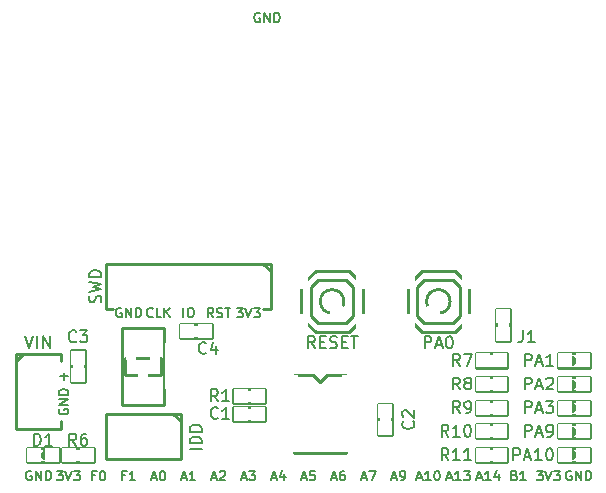
<source format=gto>
G04 #@! TF.FileFunction,Legend,Top*
%FSLAX46Y46*%
G04 Gerber Fmt 4.6, Leading zero omitted, Abs format (unit mm)*
G04 Created by KiCad (PCBNEW 4.0.4-stable) date Thu Nov 17 11:55:04 2016*
%MOMM*%
%LPD*%
G01*
G04 APERTURE LIST*
%ADD10C,0.100000*%
%ADD11C,0.150000*%
%ADD12C,0.250000*%
%ADD13C,0.200000*%
%ADD14R,1.400000X1.400000*%
%ADD15C,0.900000*%
%ADD16C,2.398980*%
%ADD17C,3.600000*%
%ADD18R,1.200000X1.200000*%
%ADD19R,2.200000X1.500000*%
%ADD20R,2.180000X0.800000*%
%ADD21R,2.600000X1.600000*%
%ADD22R,2.600000X4.000000*%
%ADD23R,0.951180X1.400760*%
%ADD24C,1.400000*%
G04 APERTURE END LIST*
D10*
D11*
X34307143Y-40144762D02*
X34307143Y-39535238D01*
X34611905Y-39840000D02*
X34002381Y-39840000D01*
X33910000Y-42609523D02*
X33871905Y-42685714D01*
X33871905Y-42799999D01*
X33910000Y-42914285D01*
X33986190Y-42990476D01*
X34062381Y-43028571D01*
X34214762Y-43066666D01*
X34329048Y-43066666D01*
X34481429Y-43028571D01*
X34557619Y-42990476D01*
X34633810Y-42914285D01*
X34671905Y-42799999D01*
X34671905Y-42723809D01*
X34633810Y-42609523D01*
X34595714Y-42571428D01*
X34329048Y-42571428D01*
X34329048Y-42723809D01*
X34671905Y-42228571D02*
X33871905Y-42228571D01*
X34671905Y-41771428D01*
X33871905Y-41771428D01*
X34671905Y-41390476D02*
X33871905Y-41390476D01*
X33871905Y-41200000D01*
X33910000Y-41085714D01*
X33986190Y-41009523D01*
X34062381Y-40971428D01*
X34214762Y-40933333D01*
X34329048Y-40933333D01*
X34481429Y-40971428D01*
X34557619Y-41009523D01*
X34633810Y-41085714D01*
X34671905Y-41200000D01*
X34671905Y-41390476D01*
X50890477Y-9100000D02*
X50814286Y-9061905D01*
X50700001Y-9061905D01*
X50585715Y-9100000D01*
X50509524Y-9176190D01*
X50471429Y-9252381D01*
X50433334Y-9404762D01*
X50433334Y-9519048D01*
X50471429Y-9671429D01*
X50509524Y-9747619D01*
X50585715Y-9823810D01*
X50700001Y-9861905D01*
X50776191Y-9861905D01*
X50890477Y-9823810D01*
X50928572Y-9785714D01*
X50928572Y-9519048D01*
X50776191Y-9519048D01*
X51271429Y-9861905D02*
X51271429Y-9061905D01*
X51728572Y-9861905D01*
X51728572Y-9061905D01*
X52109524Y-9861905D02*
X52109524Y-9061905D01*
X52300000Y-9061905D01*
X52414286Y-9100000D01*
X52490477Y-9176190D01*
X52528572Y-9252381D01*
X52566667Y-9404762D01*
X52566667Y-9519048D01*
X52528572Y-9671429D01*
X52490477Y-9747619D01*
X52414286Y-9823810D01*
X52300000Y-9861905D01*
X52109524Y-9861905D01*
X48929524Y-34061905D02*
X49424762Y-34061905D01*
X49158095Y-34366667D01*
X49272381Y-34366667D01*
X49348571Y-34404762D01*
X49386667Y-34442857D01*
X49424762Y-34519048D01*
X49424762Y-34709524D01*
X49386667Y-34785714D01*
X49348571Y-34823810D01*
X49272381Y-34861905D01*
X49043809Y-34861905D01*
X48967619Y-34823810D01*
X48929524Y-34785714D01*
X49653333Y-34061905D02*
X49920000Y-34861905D01*
X50186667Y-34061905D01*
X50377143Y-34061905D02*
X50872381Y-34061905D01*
X50605714Y-34366667D01*
X50720000Y-34366667D01*
X50796190Y-34404762D01*
X50834286Y-34442857D01*
X50872381Y-34519048D01*
X50872381Y-34709524D01*
X50834286Y-34785714D01*
X50796190Y-34823810D01*
X50720000Y-34861905D01*
X50491428Y-34861905D01*
X50415238Y-34823810D01*
X50377143Y-34785714D01*
X46941905Y-34861905D02*
X46675238Y-34480952D01*
X46484762Y-34861905D02*
X46484762Y-34061905D01*
X46789524Y-34061905D01*
X46865715Y-34100000D01*
X46903810Y-34138095D01*
X46941905Y-34214286D01*
X46941905Y-34328571D01*
X46903810Y-34404762D01*
X46865715Y-34442857D01*
X46789524Y-34480952D01*
X46484762Y-34480952D01*
X47246667Y-34823810D02*
X47360953Y-34861905D01*
X47551429Y-34861905D01*
X47627619Y-34823810D01*
X47665715Y-34785714D01*
X47703810Y-34709524D01*
X47703810Y-34633333D01*
X47665715Y-34557143D01*
X47627619Y-34519048D01*
X47551429Y-34480952D01*
X47399048Y-34442857D01*
X47322857Y-34404762D01*
X47284762Y-34366667D01*
X47246667Y-34290476D01*
X47246667Y-34214286D01*
X47284762Y-34138095D01*
X47322857Y-34100000D01*
X47399048Y-34061905D01*
X47589524Y-34061905D01*
X47703810Y-34100000D01*
X47932381Y-34061905D02*
X48389524Y-34061905D01*
X48160953Y-34861905D02*
X48160953Y-34061905D01*
X44420953Y-34861905D02*
X44420953Y-34061905D01*
X44954286Y-34061905D02*
X45106667Y-34061905D01*
X45182858Y-34100000D01*
X45259048Y-34176190D01*
X45297143Y-34328571D01*
X45297143Y-34595238D01*
X45259048Y-34747619D01*
X45182858Y-34823810D01*
X45106667Y-34861905D01*
X44954286Y-34861905D01*
X44878096Y-34823810D01*
X44801905Y-34747619D01*
X44763810Y-34595238D01*
X44763810Y-34328571D01*
X44801905Y-34176190D01*
X44878096Y-34100000D01*
X44954286Y-34061905D01*
X41823810Y-34785714D02*
X41785715Y-34823810D01*
X41671429Y-34861905D01*
X41595239Y-34861905D01*
X41480953Y-34823810D01*
X41404762Y-34747619D01*
X41366667Y-34671429D01*
X41328572Y-34519048D01*
X41328572Y-34404762D01*
X41366667Y-34252381D01*
X41404762Y-34176190D01*
X41480953Y-34100000D01*
X41595239Y-34061905D01*
X41671429Y-34061905D01*
X41785715Y-34100000D01*
X41823810Y-34138095D01*
X42547620Y-34861905D02*
X42166667Y-34861905D01*
X42166667Y-34061905D01*
X42814286Y-34861905D02*
X42814286Y-34061905D01*
X43271429Y-34861905D02*
X42928572Y-34404762D01*
X43271429Y-34061905D02*
X42814286Y-34519048D01*
X39150477Y-34100000D02*
X39074286Y-34061905D01*
X38960001Y-34061905D01*
X38845715Y-34100000D01*
X38769524Y-34176190D01*
X38731429Y-34252381D01*
X38693334Y-34404762D01*
X38693334Y-34519048D01*
X38731429Y-34671429D01*
X38769524Y-34747619D01*
X38845715Y-34823810D01*
X38960001Y-34861905D01*
X39036191Y-34861905D01*
X39150477Y-34823810D01*
X39188572Y-34785714D01*
X39188572Y-34519048D01*
X39036191Y-34519048D01*
X39531429Y-34861905D02*
X39531429Y-34061905D01*
X39988572Y-34861905D01*
X39988572Y-34061905D01*
X40369524Y-34861905D02*
X40369524Y-34061905D01*
X40560000Y-34061905D01*
X40674286Y-34100000D01*
X40750477Y-34176190D01*
X40788572Y-34252381D01*
X40826667Y-34404762D01*
X40826667Y-34519048D01*
X40788572Y-34671429D01*
X40750477Y-34747619D01*
X40674286Y-34823810D01*
X40560000Y-34861905D01*
X40369524Y-34861905D01*
X31530477Y-47890000D02*
X31454286Y-47851905D01*
X31340001Y-47851905D01*
X31225715Y-47890000D01*
X31149524Y-47966190D01*
X31111429Y-48042381D01*
X31073334Y-48194762D01*
X31073334Y-48309048D01*
X31111429Y-48461429D01*
X31149524Y-48537619D01*
X31225715Y-48613810D01*
X31340001Y-48651905D01*
X31416191Y-48651905D01*
X31530477Y-48613810D01*
X31568572Y-48575714D01*
X31568572Y-48309048D01*
X31416191Y-48309048D01*
X31911429Y-48651905D02*
X31911429Y-47851905D01*
X32368572Y-48651905D01*
X32368572Y-47851905D01*
X32749524Y-48651905D02*
X32749524Y-47851905D01*
X32940000Y-47851905D01*
X33054286Y-47890000D01*
X33130477Y-47966190D01*
X33168572Y-48042381D01*
X33206667Y-48194762D01*
X33206667Y-48309048D01*
X33168572Y-48461429D01*
X33130477Y-48537619D01*
X33054286Y-48613810D01*
X32940000Y-48651905D01*
X32749524Y-48651905D01*
X33689524Y-47851905D02*
X34184762Y-47851905D01*
X33918095Y-48156667D01*
X34032381Y-48156667D01*
X34108571Y-48194762D01*
X34146667Y-48232857D01*
X34184762Y-48309048D01*
X34184762Y-48499524D01*
X34146667Y-48575714D01*
X34108571Y-48613810D01*
X34032381Y-48651905D01*
X33803809Y-48651905D01*
X33727619Y-48613810D01*
X33689524Y-48575714D01*
X34413333Y-47851905D02*
X34680000Y-48651905D01*
X34946667Y-47851905D01*
X35137143Y-47851905D02*
X35632381Y-47851905D01*
X35365714Y-48156667D01*
X35480000Y-48156667D01*
X35556190Y-48194762D01*
X35594286Y-48232857D01*
X35632381Y-48309048D01*
X35632381Y-48499524D01*
X35594286Y-48575714D01*
X35556190Y-48613810D01*
X35480000Y-48651905D01*
X35251428Y-48651905D01*
X35175238Y-48613810D01*
X35137143Y-48575714D01*
X36953334Y-48232857D02*
X36686667Y-48232857D01*
X36686667Y-48651905D02*
X36686667Y-47851905D01*
X37067620Y-47851905D01*
X37524762Y-47851905D02*
X37600953Y-47851905D01*
X37677143Y-47890000D01*
X37715238Y-47928095D01*
X37753334Y-48004286D01*
X37791429Y-48156667D01*
X37791429Y-48347143D01*
X37753334Y-48499524D01*
X37715238Y-48575714D01*
X37677143Y-48613810D01*
X37600953Y-48651905D01*
X37524762Y-48651905D01*
X37448572Y-48613810D01*
X37410476Y-48575714D01*
X37372381Y-48499524D01*
X37334286Y-48347143D01*
X37334286Y-48156667D01*
X37372381Y-48004286D01*
X37410476Y-47928095D01*
X37448572Y-47890000D01*
X37524762Y-47851905D01*
X39493334Y-48232857D02*
X39226667Y-48232857D01*
X39226667Y-48651905D02*
X39226667Y-47851905D01*
X39607620Y-47851905D01*
X40331429Y-48651905D02*
X39874286Y-48651905D01*
X40102857Y-48651905D02*
X40102857Y-47851905D01*
X40026667Y-47966190D01*
X39950476Y-48042381D01*
X39874286Y-48080476D01*
X41728572Y-48423333D02*
X42109524Y-48423333D01*
X41652381Y-48651905D02*
X41919048Y-47851905D01*
X42185715Y-48651905D01*
X42604762Y-47851905D02*
X42680953Y-47851905D01*
X42757143Y-47890000D01*
X42795238Y-47928095D01*
X42833334Y-48004286D01*
X42871429Y-48156667D01*
X42871429Y-48347143D01*
X42833334Y-48499524D01*
X42795238Y-48575714D01*
X42757143Y-48613810D01*
X42680953Y-48651905D01*
X42604762Y-48651905D01*
X42528572Y-48613810D01*
X42490476Y-48575714D01*
X42452381Y-48499524D01*
X42414286Y-48347143D01*
X42414286Y-48156667D01*
X42452381Y-48004286D01*
X42490476Y-47928095D01*
X42528572Y-47890000D01*
X42604762Y-47851905D01*
X44268572Y-48423333D02*
X44649524Y-48423333D01*
X44192381Y-48651905D02*
X44459048Y-47851905D01*
X44725715Y-48651905D01*
X45411429Y-48651905D02*
X44954286Y-48651905D01*
X45182857Y-48651905D02*
X45182857Y-47851905D01*
X45106667Y-47966190D01*
X45030476Y-48042381D01*
X44954286Y-48080476D01*
X46808572Y-48423333D02*
X47189524Y-48423333D01*
X46732381Y-48651905D02*
X46999048Y-47851905D01*
X47265715Y-48651905D01*
X47494286Y-47928095D02*
X47532381Y-47890000D01*
X47608572Y-47851905D01*
X47799048Y-47851905D01*
X47875238Y-47890000D01*
X47913334Y-47928095D01*
X47951429Y-48004286D01*
X47951429Y-48080476D01*
X47913334Y-48194762D01*
X47456191Y-48651905D01*
X47951429Y-48651905D01*
X49348572Y-48423333D02*
X49729524Y-48423333D01*
X49272381Y-48651905D02*
X49539048Y-47851905D01*
X49805715Y-48651905D01*
X49996191Y-47851905D02*
X50491429Y-47851905D01*
X50224762Y-48156667D01*
X50339048Y-48156667D01*
X50415238Y-48194762D01*
X50453334Y-48232857D01*
X50491429Y-48309048D01*
X50491429Y-48499524D01*
X50453334Y-48575714D01*
X50415238Y-48613810D01*
X50339048Y-48651905D01*
X50110476Y-48651905D01*
X50034286Y-48613810D01*
X49996191Y-48575714D01*
X51888572Y-48423333D02*
X52269524Y-48423333D01*
X51812381Y-48651905D02*
X52079048Y-47851905D01*
X52345715Y-48651905D01*
X52955238Y-48118571D02*
X52955238Y-48651905D01*
X52764762Y-47813810D02*
X52574286Y-48385238D01*
X53069524Y-48385238D01*
X54428572Y-48423333D02*
X54809524Y-48423333D01*
X54352381Y-48651905D02*
X54619048Y-47851905D01*
X54885715Y-48651905D01*
X55533334Y-47851905D02*
X55152381Y-47851905D01*
X55114286Y-48232857D01*
X55152381Y-48194762D01*
X55228572Y-48156667D01*
X55419048Y-48156667D01*
X55495238Y-48194762D01*
X55533334Y-48232857D01*
X55571429Y-48309048D01*
X55571429Y-48499524D01*
X55533334Y-48575714D01*
X55495238Y-48613810D01*
X55419048Y-48651905D01*
X55228572Y-48651905D01*
X55152381Y-48613810D01*
X55114286Y-48575714D01*
X56968572Y-48423333D02*
X57349524Y-48423333D01*
X56892381Y-48651905D02*
X57159048Y-47851905D01*
X57425715Y-48651905D01*
X58035238Y-47851905D02*
X57882857Y-47851905D01*
X57806667Y-47890000D01*
X57768572Y-47928095D01*
X57692381Y-48042381D01*
X57654286Y-48194762D01*
X57654286Y-48499524D01*
X57692381Y-48575714D01*
X57730476Y-48613810D01*
X57806667Y-48651905D01*
X57959048Y-48651905D01*
X58035238Y-48613810D01*
X58073334Y-48575714D01*
X58111429Y-48499524D01*
X58111429Y-48309048D01*
X58073334Y-48232857D01*
X58035238Y-48194762D01*
X57959048Y-48156667D01*
X57806667Y-48156667D01*
X57730476Y-48194762D01*
X57692381Y-48232857D01*
X57654286Y-48309048D01*
X59508572Y-48423333D02*
X59889524Y-48423333D01*
X59432381Y-48651905D02*
X59699048Y-47851905D01*
X59965715Y-48651905D01*
X60156191Y-47851905D02*
X60689524Y-47851905D01*
X60346667Y-48651905D01*
X62048572Y-48423333D02*
X62429524Y-48423333D01*
X61972381Y-48651905D02*
X62239048Y-47851905D01*
X62505715Y-48651905D01*
X62810476Y-48651905D02*
X62962857Y-48651905D01*
X63039048Y-48613810D01*
X63077143Y-48575714D01*
X63153334Y-48461429D01*
X63191429Y-48309048D01*
X63191429Y-48004286D01*
X63153334Y-47928095D01*
X63115238Y-47890000D01*
X63039048Y-47851905D01*
X62886667Y-47851905D01*
X62810476Y-47890000D01*
X62772381Y-47928095D01*
X62734286Y-48004286D01*
X62734286Y-48194762D01*
X62772381Y-48270952D01*
X62810476Y-48309048D01*
X62886667Y-48347143D01*
X63039048Y-48347143D01*
X63115238Y-48309048D01*
X63153334Y-48270952D01*
X63191429Y-48194762D01*
X64207619Y-48423333D02*
X64588571Y-48423333D01*
X64131428Y-48651905D02*
X64398095Y-47851905D01*
X64664762Y-48651905D01*
X65350476Y-48651905D02*
X64893333Y-48651905D01*
X65121904Y-48651905D02*
X65121904Y-47851905D01*
X65045714Y-47966190D01*
X64969523Y-48042381D01*
X64893333Y-48080476D01*
X65845714Y-47851905D02*
X65921905Y-47851905D01*
X65998095Y-47890000D01*
X66036190Y-47928095D01*
X66074286Y-48004286D01*
X66112381Y-48156667D01*
X66112381Y-48347143D01*
X66074286Y-48499524D01*
X66036190Y-48575714D01*
X65998095Y-48613810D01*
X65921905Y-48651905D01*
X65845714Y-48651905D01*
X65769524Y-48613810D01*
X65731428Y-48575714D01*
X65693333Y-48499524D01*
X65655238Y-48347143D01*
X65655238Y-48156667D01*
X65693333Y-48004286D01*
X65731428Y-47928095D01*
X65769524Y-47890000D01*
X65845714Y-47851905D01*
X77250477Y-47890000D02*
X77174286Y-47851905D01*
X77060001Y-47851905D01*
X76945715Y-47890000D01*
X76869524Y-47966190D01*
X76831429Y-48042381D01*
X76793334Y-48194762D01*
X76793334Y-48309048D01*
X76831429Y-48461429D01*
X76869524Y-48537619D01*
X76945715Y-48613810D01*
X77060001Y-48651905D01*
X77136191Y-48651905D01*
X77250477Y-48613810D01*
X77288572Y-48575714D01*
X77288572Y-48309048D01*
X77136191Y-48309048D01*
X77631429Y-48651905D02*
X77631429Y-47851905D01*
X78088572Y-48651905D01*
X78088572Y-47851905D01*
X78469524Y-48651905D02*
X78469524Y-47851905D01*
X78660000Y-47851905D01*
X78774286Y-47890000D01*
X78850477Y-47966190D01*
X78888572Y-48042381D01*
X78926667Y-48194762D01*
X78926667Y-48309048D01*
X78888572Y-48461429D01*
X78850477Y-48537619D01*
X78774286Y-48613810D01*
X78660000Y-48651905D01*
X78469524Y-48651905D01*
X74329524Y-47851905D02*
X74824762Y-47851905D01*
X74558095Y-48156667D01*
X74672381Y-48156667D01*
X74748571Y-48194762D01*
X74786667Y-48232857D01*
X74824762Y-48309048D01*
X74824762Y-48499524D01*
X74786667Y-48575714D01*
X74748571Y-48613810D01*
X74672381Y-48651905D01*
X74443809Y-48651905D01*
X74367619Y-48613810D01*
X74329524Y-48575714D01*
X75053333Y-47851905D02*
X75320000Y-48651905D01*
X75586667Y-47851905D01*
X75777143Y-47851905D02*
X76272381Y-47851905D01*
X76005714Y-48156667D01*
X76120000Y-48156667D01*
X76196190Y-48194762D01*
X76234286Y-48232857D01*
X76272381Y-48309048D01*
X76272381Y-48499524D01*
X76234286Y-48575714D01*
X76196190Y-48613810D01*
X76120000Y-48651905D01*
X75891428Y-48651905D01*
X75815238Y-48613810D01*
X75777143Y-48575714D01*
X72456191Y-48232857D02*
X72570477Y-48270952D01*
X72608572Y-48309048D01*
X72646667Y-48385238D01*
X72646667Y-48499524D01*
X72608572Y-48575714D01*
X72570477Y-48613810D01*
X72494286Y-48651905D01*
X72189524Y-48651905D01*
X72189524Y-47851905D01*
X72456191Y-47851905D01*
X72532381Y-47890000D01*
X72570477Y-47928095D01*
X72608572Y-48004286D01*
X72608572Y-48080476D01*
X72570477Y-48156667D01*
X72532381Y-48194762D01*
X72456191Y-48232857D01*
X72189524Y-48232857D01*
X73408572Y-48651905D02*
X72951429Y-48651905D01*
X73180000Y-48651905D02*
X73180000Y-47851905D01*
X73103810Y-47966190D01*
X73027619Y-48042381D01*
X72951429Y-48080476D01*
X69287619Y-48423333D02*
X69668571Y-48423333D01*
X69211428Y-48651905D02*
X69478095Y-47851905D01*
X69744762Y-48651905D01*
X70430476Y-48651905D02*
X69973333Y-48651905D01*
X70201904Y-48651905D02*
X70201904Y-47851905D01*
X70125714Y-47966190D01*
X70049523Y-48042381D01*
X69973333Y-48080476D01*
X71116190Y-48118571D02*
X71116190Y-48651905D01*
X70925714Y-47813810D02*
X70735238Y-48385238D01*
X71230476Y-48385238D01*
X66747619Y-48423333D02*
X67128571Y-48423333D01*
X66671428Y-48651905D02*
X66938095Y-47851905D01*
X67204762Y-48651905D01*
X67890476Y-48651905D02*
X67433333Y-48651905D01*
X67661904Y-48651905D02*
X67661904Y-47851905D01*
X67585714Y-47966190D01*
X67509523Y-48042381D01*
X67433333Y-48080476D01*
X68157143Y-47851905D02*
X68652381Y-47851905D01*
X68385714Y-48156667D01*
X68500000Y-48156667D01*
X68576190Y-48194762D01*
X68614286Y-48232857D01*
X68652381Y-48309048D01*
X68652381Y-48499524D01*
X68614286Y-48575714D01*
X68576190Y-48613810D01*
X68500000Y-48651905D01*
X68271428Y-48651905D01*
X68195238Y-48613810D01*
X68157143Y-48575714D01*
D12*
X34045000Y-37935000D02*
X34045000Y-38570000D01*
X34045000Y-44285000D02*
X34045000Y-43650000D01*
X30870000Y-37935000D02*
X30235000Y-38570000D01*
X34045000Y-44285000D02*
X30235000Y-44285000D01*
X30235000Y-44285000D02*
X30235000Y-37935000D01*
X34045000Y-37935000D02*
X30235000Y-37935000D01*
X51825000Y-34125000D02*
X51190000Y-34125000D01*
X37855000Y-34125000D02*
X38490000Y-34125000D01*
X51825000Y-30315000D02*
X37855000Y-30315000D01*
X51825000Y-30950000D02*
X51190000Y-30315000D01*
X37855000Y-34125000D02*
X37855000Y-30315000D01*
X51825000Y-34125000D02*
X51825000Y-30315000D01*
X51350000Y-43600000D02*
X51350000Y-42400000D01*
X48650000Y-42400000D02*
X48650000Y-43600000D01*
X48650000Y-43600000D02*
X51350000Y-43600000D01*
X51350000Y-42400000D02*
X48650000Y-42400000D01*
X62100000Y-42150000D02*
X60900000Y-42150000D01*
X60900000Y-44850000D02*
X62100000Y-44850000D01*
X62100000Y-44850000D02*
X62100000Y-42150000D01*
X60900000Y-42150000D02*
X60900000Y-44850000D01*
X34900000Y-40350000D02*
X36100000Y-40350000D01*
X36100000Y-37650000D02*
X34900000Y-37650000D01*
X34900000Y-37650000D02*
X34900000Y-40350000D01*
X36100000Y-40350000D02*
X36100000Y-37650000D01*
X46850000Y-36600000D02*
X46850000Y-35400000D01*
X44150000Y-35400000D02*
X44150000Y-36600000D01*
X44150000Y-36600000D02*
X46850000Y-36600000D01*
X46850000Y-35400000D02*
X44150000Y-35400000D01*
X70900000Y-36850000D02*
X72100000Y-36850000D01*
X72100000Y-34150000D02*
X70900000Y-34150000D01*
X70900000Y-34150000D02*
X70900000Y-36850000D01*
X72100000Y-36850000D02*
X72100000Y-34150000D01*
X44205000Y-43650000D02*
X43570000Y-43015000D01*
X44205000Y-46825000D02*
X37855000Y-46825000D01*
X37855000Y-46825000D02*
X37855000Y-43015000D01*
X37855000Y-43015000D02*
X44205000Y-43015000D01*
X44205000Y-46825000D02*
X44205000Y-43015000D01*
X51350000Y-42100000D02*
X51350000Y-40900000D01*
X48650000Y-40900000D02*
X48650000Y-42100000D01*
X48650000Y-42100000D02*
X51350000Y-42100000D01*
X51350000Y-40900000D02*
X48650000Y-40900000D01*
X36850000Y-47100000D02*
X36850000Y-45900000D01*
X34150000Y-45900000D02*
X34150000Y-47100000D01*
X34150000Y-47100000D02*
X36850000Y-47100000D01*
X36850000Y-45900000D02*
X34150000Y-45900000D01*
X69150000Y-37900000D02*
X69150000Y-39100000D01*
X71850000Y-39100000D02*
X71850000Y-37900000D01*
X71850000Y-37900000D02*
X69150000Y-37900000D01*
X69150000Y-39100000D02*
X71850000Y-39100000D01*
X69150000Y-39900000D02*
X69150000Y-41100000D01*
X71850000Y-41100000D02*
X71850000Y-39900000D01*
X71850000Y-39900000D02*
X69150000Y-39900000D01*
X69150000Y-41100000D02*
X71850000Y-41100000D01*
X69150000Y-41900000D02*
X69150000Y-43100000D01*
X71850000Y-43100000D02*
X71850000Y-41900000D01*
X71850000Y-41900000D02*
X69150000Y-41900000D01*
X69150000Y-43100000D02*
X71850000Y-43100000D01*
X69150000Y-43900000D02*
X69150000Y-45100000D01*
X71850000Y-45100000D02*
X71850000Y-43900000D01*
X71850000Y-43900000D02*
X69150000Y-43900000D01*
X69150000Y-45100000D02*
X71850000Y-45100000D01*
X69150000Y-45900000D02*
X69150000Y-47100000D01*
X71850000Y-47100000D02*
X71850000Y-45900000D01*
X71850000Y-45900000D02*
X69150000Y-45900000D01*
X69150000Y-47100000D02*
X71850000Y-47100000D01*
X58800000Y-32300000D02*
X58800000Y-34700000D01*
X58200000Y-31700000D02*
X58800000Y-32300000D01*
X55800000Y-31700000D02*
X58200000Y-31700000D01*
X55200000Y-32300000D02*
X55800000Y-31700000D01*
X55200000Y-34700000D02*
X55200000Y-32300000D01*
X55800000Y-35300000D02*
X55200000Y-34700000D01*
X58200000Y-35300000D02*
X55800000Y-35300000D01*
X58800000Y-34700000D02*
X58200000Y-35300000D01*
X59600000Y-34900000D02*
X58400000Y-36100000D01*
X59600000Y-32100000D02*
X59600000Y-34900000D01*
X58400000Y-30900000D02*
X59600000Y-32100000D01*
X55600000Y-30900000D02*
X58400000Y-30900000D01*
X54400000Y-32100000D02*
X55600000Y-30900000D01*
X54400000Y-34900000D02*
X54400000Y-32100000D01*
X55600000Y-36100000D02*
X54400000Y-34900000D01*
X58400000Y-36100000D02*
X55600000Y-36100000D01*
X58000000Y-33500000D02*
G75*
G03X58000000Y-33500000I-1000000J0D01*
G01*
X67800000Y-32300000D02*
X67800000Y-34700000D01*
X67200000Y-31700000D02*
X67800000Y-32300000D01*
X64800000Y-31700000D02*
X67200000Y-31700000D01*
X64200000Y-32300000D02*
X64800000Y-31700000D01*
X64200000Y-34700000D02*
X64200000Y-32300000D01*
X64800000Y-35300000D02*
X64200000Y-34700000D01*
X67200000Y-35300000D02*
X64800000Y-35300000D01*
X67800000Y-34700000D02*
X67200000Y-35300000D01*
X68600000Y-34900000D02*
X67400000Y-36100000D01*
X68600000Y-32100000D02*
X68600000Y-34900000D01*
X67400000Y-30900000D02*
X68600000Y-32100000D01*
X64600000Y-30900000D02*
X67400000Y-30900000D01*
X63400000Y-32100000D02*
X64600000Y-30900000D01*
X63400000Y-34900000D02*
X63400000Y-32100000D01*
X64600000Y-36100000D02*
X63400000Y-34900000D01*
X67400000Y-36100000D02*
X64600000Y-36100000D01*
X67000000Y-33500000D02*
G75*
G03X67000000Y-33500000I-1000000J0D01*
G01*
X58200000Y-46300000D02*
X58200000Y-39700000D01*
X58200000Y-39700000D02*
X56600000Y-39700000D01*
X56600000Y-39700000D02*
X56000000Y-40300000D01*
X56000000Y-40300000D02*
X55400000Y-39700000D01*
X55400000Y-39700000D02*
X53800000Y-39700000D01*
X53800000Y-39700000D02*
X53800000Y-46300000D01*
X53800000Y-46300000D02*
X58200000Y-46300000D01*
X42750000Y-42250000D02*
X42750000Y-35750000D01*
X39250000Y-42250000D02*
X42750000Y-42250000D01*
X39250000Y-42250000D02*
X39250000Y-35750000D01*
X39250000Y-35750000D02*
X42750000Y-35750000D01*
X42500000Y-38300000D02*
X42500000Y-39700000D01*
X39500000Y-39700000D02*
X39500000Y-38300000D01*
X39500000Y-39700000D02*
X42500000Y-39700000D01*
X39500000Y-38300000D02*
X42500000Y-38300000D01*
X32650000Y-46200000D02*
X32350000Y-46500000D01*
X32350000Y-46500000D02*
X32650000Y-46800000D01*
X32650000Y-46800000D02*
X32650000Y-46200000D01*
X33850000Y-47100000D02*
X33850000Y-45900000D01*
X31150000Y-45900000D02*
X31150000Y-47100000D01*
X31150000Y-47100000D02*
X33850000Y-47100000D01*
X33850000Y-45900000D02*
X31150000Y-45900000D01*
X77350000Y-38800000D02*
X77650000Y-38500000D01*
X77650000Y-38500000D02*
X77350000Y-38200000D01*
X77350000Y-38200000D02*
X77350000Y-38800000D01*
X76150000Y-37900000D02*
X76150000Y-39100000D01*
X78850000Y-39100000D02*
X78850000Y-37900000D01*
X78850000Y-37900000D02*
X76150000Y-37900000D01*
X76150000Y-39100000D02*
X78850000Y-39100000D01*
X77350000Y-40800000D02*
X77650000Y-40500000D01*
X77650000Y-40500000D02*
X77350000Y-40200000D01*
X77350000Y-40200000D02*
X77350000Y-40800000D01*
X76150000Y-39900000D02*
X76150000Y-41100000D01*
X78850000Y-41100000D02*
X78850000Y-39900000D01*
X78850000Y-39900000D02*
X76150000Y-39900000D01*
X76150000Y-41100000D02*
X78850000Y-41100000D01*
X77350000Y-42800000D02*
X77650000Y-42500000D01*
X77650000Y-42500000D02*
X77350000Y-42200000D01*
X77350000Y-42200000D02*
X77350000Y-42800000D01*
X76150000Y-41900000D02*
X76150000Y-43100000D01*
X78850000Y-43100000D02*
X78850000Y-41900000D01*
X78850000Y-41900000D02*
X76150000Y-41900000D01*
X76150000Y-43100000D02*
X78850000Y-43100000D01*
X77350000Y-44800000D02*
X77650000Y-44500000D01*
X77650000Y-44500000D02*
X77350000Y-44200000D01*
X77350000Y-44200000D02*
X77350000Y-44800000D01*
X76150000Y-43900000D02*
X76150000Y-45100000D01*
X78850000Y-45100000D02*
X78850000Y-43900000D01*
X78850000Y-43900000D02*
X76150000Y-43900000D01*
X76150000Y-45100000D02*
X78850000Y-45100000D01*
X77350000Y-46800000D02*
X77650000Y-46500000D01*
X77650000Y-46500000D02*
X77350000Y-46200000D01*
X77350000Y-46200000D02*
X77350000Y-46800000D01*
X76150000Y-45900000D02*
X76150000Y-47100000D01*
X78850000Y-47100000D02*
X78850000Y-45900000D01*
X78850000Y-45900000D02*
X76150000Y-45900000D01*
X76150000Y-47100000D02*
X78850000Y-47100000D01*
D13*
X31044762Y-36452381D02*
X31378095Y-37452381D01*
X31711429Y-36452381D01*
X32044762Y-37452381D02*
X32044762Y-36452381D01*
X32520952Y-37452381D02*
X32520952Y-36452381D01*
X33092381Y-37452381D01*
X33092381Y-36452381D01*
X37404762Y-33577143D02*
X37452381Y-33434286D01*
X37452381Y-33196190D01*
X37404762Y-33100952D01*
X37357143Y-33053333D01*
X37261905Y-33005714D01*
X37166667Y-33005714D01*
X37071429Y-33053333D01*
X37023810Y-33100952D01*
X36976190Y-33196190D01*
X36928571Y-33386667D01*
X36880952Y-33481905D01*
X36833333Y-33529524D01*
X36738095Y-33577143D01*
X36642857Y-33577143D01*
X36547619Y-33529524D01*
X36500000Y-33481905D01*
X36452381Y-33386667D01*
X36452381Y-33148571D01*
X36500000Y-33005714D01*
X36452381Y-32672381D02*
X37452381Y-32434286D01*
X36738095Y-32243809D01*
X37452381Y-32053333D01*
X36452381Y-31815238D01*
X37452381Y-31434286D02*
X36452381Y-31434286D01*
X36452381Y-31196191D01*
X36500000Y-31053333D01*
X36595238Y-30958095D01*
X36690476Y-30910476D01*
X36880952Y-30862857D01*
X37023810Y-30862857D01*
X37214286Y-30910476D01*
X37309524Y-30958095D01*
X37404762Y-31053333D01*
X37452381Y-31196191D01*
X37452381Y-31434286D01*
X47333334Y-43357143D02*
X47285715Y-43404762D01*
X47142858Y-43452381D01*
X47047620Y-43452381D01*
X46904762Y-43404762D01*
X46809524Y-43309524D01*
X46761905Y-43214286D01*
X46714286Y-43023810D01*
X46714286Y-42880952D01*
X46761905Y-42690476D01*
X46809524Y-42595238D01*
X46904762Y-42500000D01*
X47047620Y-42452381D01*
X47142858Y-42452381D01*
X47285715Y-42500000D01*
X47333334Y-42547619D01*
X48285715Y-43452381D02*
X47714286Y-43452381D01*
X48000000Y-43452381D02*
X48000000Y-42452381D01*
X47904762Y-42595238D01*
X47809524Y-42690476D01*
X47714286Y-42738095D01*
X63857143Y-43666666D02*
X63904762Y-43714285D01*
X63952381Y-43857142D01*
X63952381Y-43952380D01*
X63904762Y-44095238D01*
X63809524Y-44190476D01*
X63714286Y-44238095D01*
X63523810Y-44285714D01*
X63380952Y-44285714D01*
X63190476Y-44238095D01*
X63095238Y-44190476D01*
X63000000Y-44095238D01*
X62952381Y-43952380D01*
X62952381Y-43857142D01*
X63000000Y-43714285D01*
X63047619Y-43666666D01*
X63047619Y-43285714D02*
X63000000Y-43238095D01*
X62952381Y-43142857D01*
X62952381Y-42904761D01*
X63000000Y-42809523D01*
X63047619Y-42761904D01*
X63142857Y-42714285D01*
X63238095Y-42714285D01*
X63380952Y-42761904D01*
X63952381Y-43333333D01*
X63952381Y-42714285D01*
X35333334Y-36857143D02*
X35285715Y-36904762D01*
X35142858Y-36952381D01*
X35047620Y-36952381D01*
X34904762Y-36904762D01*
X34809524Y-36809524D01*
X34761905Y-36714286D01*
X34714286Y-36523810D01*
X34714286Y-36380952D01*
X34761905Y-36190476D01*
X34809524Y-36095238D01*
X34904762Y-36000000D01*
X35047620Y-35952381D01*
X35142858Y-35952381D01*
X35285715Y-36000000D01*
X35333334Y-36047619D01*
X35666667Y-35952381D02*
X36285715Y-35952381D01*
X35952381Y-36333333D01*
X36095239Y-36333333D01*
X36190477Y-36380952D01*
X36238096Y-36428571D01*
X36285715Y-36523810D01*
X36285715Y-36761905D01*
X36238096Y-36857143D01*
X36190477Y-36904762D01*
X36095239Y-36952381D01*
X35809524Y-36952381D01*
X35714286Y-36904762D01*
X35666667Y-36857143D01*
X46333334Y-37857143D02*
X46285715Y-37904762D01*
X46142858Y-37952381D01*
X46047620Y-37952381D01*
X45904762Y-37904762D01*
X45809524Y-37809524D01*
X45761905Y-37714286D01*
X45714286Y-37523810D01*
X45714286Y-37380952D01*
X45761905Y-37190476D01*
X45809524Y-37095238D01*
X45904762Y-37000000D01*
X46047620Y-36952381D01*
X46142858Y-36952381D01*
X46285715Y-37000000D01*
X46333334Y-37047619D01*
X47190477Y-37285714D02*
X47190477Y-37952381D01*
X46952381Y-36904762D02*
X46714286Y-37619048D01*
X47333334Y-37619048D01*
X73166667Y-35952381D02*
X73166667Y-36666667D01*
X73119047Y-36809524D01*
X73023809Y-36904762D01*
X72880952Y-36952381D01*
X72785714Y-36952381D01*
X74166667Y-36952381D02*
X73595238Y-36952381D01*
X73880952Y-36952381D02*
X73880952Y-35952381D01*
X73785714Y-36095238D01*
X73690476Y-36190476D01*
X73595238Y-36238095D01*
X45952381Y-46000000D02*
X44952381Y-46000000D01*
X45952381Y-45523810D02*
X44952381Y-45523810D01*
X44952381Y-45285715D01*
X45000000Y-45142857D01*
X45095238Y-45047619D01*
X45190476Y-45000000D01*
X45380952Y-44952381D01*
X45523810Y-44952381D01*
X45714286Y-45000000D01*
X45809524Y-45047619D01*
X45904762Y-45142857D01*
X45952381Y-45285715D01*
X45952381Y-45523810D01*
X45952381Y-44523810D02*
X44952381Y-44523810D01*
X44952381Y-44285715D01*
X45000000Y-44142857D01*
X45095238Y-44047619D01*
X45190476Y-44000000D01*
X45380952Y-43952381D01*
X45523810Y-43952381D01*
X45714286Y-44000000D01*
X45809524Y-44047619D01*
X45904762Y-44142857D01*
X45952381Y-44285715D01*
X45952381Y-44523810D01*
X47333334Y-41952381D02*
X47000000Y-41476190D01*
X46761905Y-41952381D02*
X46761905Y-40952381D01*
X47142858Y-40952381D01*
X47238096Y-41000000D01*
X47285715Y-41047619D01*
X47333334Y-41142857D01*
X47333334Y-41285714D01*
X47285715Y-41380952D01*
X47238096Y-41428571D01*
X47142858Y-41476190D01*
X46761905Y-41476190D01*
X48285715Y-41952381D02*
X47714286Y-41952381D01*
X48000000Y-41952381D02*
X48000000Y-40952381D01*
X47904762Y-41095238D01*
X47809524Y-41190476D01*
X47714286Y-41238095D01*
X35333334Y-45702381D02*
X35000000Y-45226190D01*
X34761905Y-45702381D02*
X34761905Y-44702381D01*
X35142858Y-44702381D01*
X35238096Y-44750000D01*
X35285715Y-44797619D01*
X35333334Y-44892857D01*
X35333334Y-45035714D01*
X35285715Y-45130952D01*
X35238096Y-45178571D01*
X35142858Y-45226190D01*
X34761905Y-45226190D01*
X36190477Y-44702381D02*
X36000000Y-44702381D01*
X35904762Y-44750000D01*
X35857143Y-44797619D01*
X35761905Y-44940476D01*
X35714286Y-45130952D01*
X35714286Y-45511905D01*
X35761905Y-45607143D01*
X35809524Y-45654762D01*
X35904762Y-45702381D01*
X36095239Y-45702381D01*
X36190477Y-45654762D01*
X36238096Y-45607143D01*
X36285715Y-45511905D01*
X36285715Y-45273810D01*
X36238096Y-45178571D01*
X36190477Y-45130952D01*
X36095239Y-45083333D01*
X35904762Y-45083333D01*
X35809524Y-45130952D01*
X35761905Y-45178571D01*
X35714286Y-45273810D01*
X67833334Y-38952381D02*
X67500000Y-38476190D01*
X67261905Y-38952381D02*
X67261905Y-37952381D01*
X67642858Y-37952381D01*
X67738096Y-38000000D01*
X67785715Y-38047619D01*
X67833334Y-38142857D01*
X67833334Y-38285714D01*
X67785715Y-38380952D01*
X67738096Y-38428571D01*
X67642858Y-38476190D01*
X67261905Y-38476190D01*
X68166667Y-37952381D02*
X68833334Y-37952381D01*
X68404762Y-38952381D01*
X67833334Y-40952381D02*
X67500000Y-40476190D01*
X67261905Y-40952381D02*
X67261905Y-39952381D01*
X67642858Y-39952381D01*
X67738096Y-40000000D01*
X67785715Y-40047619D01*
X67833334Y-40142857D01*
X67833334Y-40285714D01*
X67785715Y-40380952D01*
X67738096Y-40428571D01*
X67642858Y-40476190D01*
X67261905Y-40476190D01*
X68404762Y-40380952D02*
X68309524Y-40333333D01*
X68261905Y-40285714D01*
X68214286Y-40190476D01*
X68214286Y-40142857D01*
X68261905Y-40047619D01*
X68309524Y-40000000D01*
X68404762Y-39952381D01*
X68595239Y-39952381D01*
X68690477Y-40000000D01*
X68738096Y-40047619D01*
X68785715Y-40142857D01*
X68785715Y-40190476D01*
X68738096Y-40285714D01*
X68690477Y-40333333D01*
X68595239Y-40380952D01*
X68404762Y-40380952D01*
X68309524Y-40428571D01*
X68261905Y-40476190D01*
X68214286Y-40571429D01*
X68214286Y-40761905D01*
X68261905Y-40857143D01*
X68309524Y-40904762D01*
X68404762Y-40952381D01*
X68595239Y-40952381D01*
X68690477Y-40904762D01*
X68738096Y-40857143D01*
X68785715Y-40761905D01*
X68785715Y-40571429D01*
X68738096Y-40476190D01*
X68690477Y-40428571D01*
X68595239Y-40380952D01*
X67833334Y-42952381D02*
X67500000Y-42476190D01*
X67261905Y-42952381D02*
X67261905Y-41952381D01*
X67642858Y-41952381D01*
X67738096Y-42000000D01*
X67785715Y-42047619D01*
X67833334Y-42142857D01*
X67833334Y-42285714D01*
X67785715Y-42380952D01*
X67738096Y-42428571D01*
X67642858Y-42476190D01*
X67261905Y-42476190D01*
X68309524Y-42952381D02*
X68500000Y-42952381D01*
X68595239Y-42904762D01*
X68642858Y-42857143D01*
X68738096Y-42714286D01*
X68785715Y-42523810D01*
X68785715Y-42142857D01*
X68738096Y-42047619D01*
X68690477Y-42000000D01*
X68595239Y-41952381D01*
X68404762Y-41952381D01*
X68309524Y-42000000D01*
X68261905Y-42047619D01*
X68214286Y-42142857D01*
X68214286Y-42380952D01*
X68261905Y-42476190D01*
X68309524Y-42523810D01*
X68404762Y-42571429D01*
X68595239Y-42571429D01*
X68690477Y-42523810D01*
X68738096Y-42476190D01*
X68785715Y-42380952D01*
X66857143Y-44952381D02*
X66523809Y-44476190D01*
X66285714Y-44952381D02*
X66285714Y-43952381D01*
X66666667Y-43952381D01*
X66761905Y-44000000D01*
X66809524Y-44047619D01*
X66857143Y-44142857D01*
X66857143Y-44285714D01*
X66809524Y-44380952D01*
X66761905Y-44428571D01*
X66666667Y-44476190D01*
X66285714Y-44476190D01*
X67809524Y-44952381D02*
X67238095Y-44952381D01*
X67523809Y-44952381D02*
X67523809Y-43952381D01*
X67428571Y-44095238D01*
X67333333Y-44190476D01*
X67238095Y-44238095D01*
X68428571Y-43952381D02*
X68523810Y-43952381D01*
X68619048Y-44000000D01*
X68666667Y-44047619D01*
X68714286Y-44142857D01*
X68761905Y-44333333D01*
X68761905Y-44571429D01*
X68714286Y-44761905D01*
X68666667Y-44857143D01*
X68619048Y-44904762D01*
X68523810Y-44952381D01*
X68428571Y-44952381D01*
X68333333Y-44904762D01*
X68285714Y-44857143D01*
X68238095Y-44761905D01*
X68190476Y-44571429D01*
X68190476Y-44333333D01*
X68238095Y-44142857D01*
X68285714Y-44047619D01*
X68333333Y-44000000D01*
X68428571Y-43952381D01*
X66857143Y-46952381D02*
X66523809Y-46476190D01*
X66285714Y-46952381D02*
X66285714Y-45952381D01*
X66666667Y-45952381D01*
X66761905Y-46000000D01*
X66809524Y-46047619D01*
X66857143Y-46142857D01*
X66857143Y-46285714D01*
X66809524Y-46380952D01*
X66761905Y-46428571D01*
X66666667Y-46476190D01*
X66285714Y-46476190D01*
X67809524Y-46952381D02*
X67238095Y-46952381D01*
X67523809Y-46952381D02*
X67523809Y-45952381D01*
X67428571Y-46095238D01*
X67333333Y-46190476D01*
X67238095Y-46238095D01*
X68761905Y-46952381D02*
X68190476Y-46952381D01*
X68476190Y-46952381D02*
X68476190Y-45952381D01*
X68380952Y-46095238D01*
X68285714Y-46190476D01*
X68190476Y-46238095D01*
X55547619Y-37452381D02*
X55214285Y-36976190D01*
X54976190Y-37452381D02*
X54976190Y-36452381D01*
X55357143Y-36452381D01*
X55452381Y-36500000D01*
X55500000Y-36547619D01*
X55547619Y-36642857D01*
X55547619Y-36785714D01*
X55500000Y-36880952D01*
X55452381Y-36928571D01*
X55357143Y-36976190D01*
X54976190Y-36976190D01*
X55976190Y-36928571D02*
X56309524Y-36928571D01*
X56452381Y-37452381D02*
X55976190Y-37452381D01*
X55976190Y-36452381D01*
X56452381Y-36452381D01*
X56833333Y-37404762D02*
X56976190Y-37452381D01*
X57214286Y-37452381D01*
X57309524Y-37404762D01*
X57357143Y-37357143D01*
X57404762Y-37261905D01*
X57404762Y-37166667D01*
X57357143Y-37071429D01*
X57309524Y-37023810D01*
X57214286Y-36976190D01*
X57023809Y-36928571D01*
X56928571Y-36880952D01*
X56880952Y-36833333D01*
X56833333Y-36738095D01*
X56833333Y-36642857D01*
X56880952Y-36547619D01*
X56928571Y-36500000D01*
X57023809Y-36452381D01*
X57261905Y-36452381D01*
X57404762Y-36500000D01*
X57833333Y-36928571D02*
X58166667Y-36928571D01*
X58309524Y-37452381D02*
X57833333Y-37452381D01*
X57833333Y-36452381D01*
X58309524Y-36452381D01*
X58595238Y-36452381D02*
X59166667Y-36452381D01*
X58880952Y-37452381D02*
X58880952Y-36452381D01*
X64833333Y-37452381D02*
X64833333Y-36452381D01*
X65214286Y-36452381D01*
X65309524Y-36500000D01*
X65357143Y-36547619D01*
X65404762Y-36642857D01*
X65404762Y-36785714D01*
X65357143Y-36880952D01*
X65309524Y-36928571D01*
X65214286Y-36976190D01*
X64833333Y-36976190D01*
X65785714Y-37166667D02*
X66261905Y-37166667D01*
X65690476Y-37452381D02*
X66023809Y-36452381D01*
X66357143Y-37452381D01*
X66880952Y-36452381D02*
X66976191Y-36452381D01*
X67071429Y-36500000D01*
X67119048Y-36547619D01*
X67166667Y-36642857D01*
X67214286Y-36833333D01*
X67214286Y-37071429D01*
X67166667Y-37261905D01*
X67119048Y-37357143D01*
X67071429Y-37404762D01*
X66976191Y-37452381D01*
X66880952Y-37452381D01*
X66785714Y-37404762D01*
X66738095Y-37357143D01*
X66690476Y-37261905D01*
X66642857Y-37071429D01*
X66642857Y-36833333D01*
X66690476Y-36642857D01*
X66738095Y-36547619D01*
X66785714Y-36500000D01*
X66880952Y-36452381D01*
X31761905Y-45702381D02*
X31761905Y-44702381D01*
X32000000Y-44702381D01*
X32142858Y-44750000D01*
X32238096Y-44845238D01*
X32285715Y-44940476D01*
X32333334Y-45130952D01*
X32333334Y-45273810D01*
X32285715Y-45464286D01*
X32238096Y-45559524D01*
X32142858Y-45654762D01*
X32000000Y-45702381D01*
X31761905Y-45702381D01*
X33285715Y-45702381D02*
X32714286Y-45702381D01*
X33000000Y-45702381D02*
X33000000Y-44702381D01*
X32904762Y-44845238D01*
X32809524Y-44940476D01*
X32714286Y-44988095D01*
X73333333Y-38952381D02*
X73333333Y-37952381D01*
X73714286Y-37952381D01*
X73809524Y-38000000D01*
X73857143Y-38047619D01*
X73904762Y-38142857D01*
X73904762Y-38285714D01*
X73857143Y-38380952D01*
X73809524Y-38428571D01*
X73714286Y-38476190D01*
X73333333Y-38476190D01*
X74285714Y-38666667D02*
X74761905Y-38666667D01*
X74190476Y-38952381D02*
X74523809Y-37952381D01*
X74857143Y-38952381D01*
X75714286Y-38952381D02*
X75142857Y-38952381D01*
X75428571Y-38952381D02*
X75428571Y-37952381D01*
X75333333Y-38095238D01*
X75238095Y-38190476D01*
X75142857Y-38238095D01*
X73333333Y-40952381D02*
X73333333Y-39952381D01*
X73714286Y-39952381D01*
X73809524Y-40000000D01*
X73857143Y-40047619D01*
X73904762Y-40142857D01*
X73904762Y-40285714D01*
X73857143Y-40380952D01*
X73809524Y-40428571D01*
X73714286Y-40476190D01*
X73333333Y-40476190D01*
X74285714Y-40666667D02*
X74761905Y-40666667D01*
X74190476Y-40952381D02*
X74523809Y-39952381D01*
X74857143Y-40952381D01*
X75142857Y-40047619D02*
X75190476Y-40000000D01*
X75285714Y-39952381D01*
X75523810Y-39952381D01*
X75619048Y-40000000D01*
X75666667Y-40047619D01*
X75714286Y-40142857D01*
X75714286Y-40238095D01*
X75666667Y-40380952D01*
X75095238Y-40952381D01*
X75714286Y-40952381D01*
X73333333Y-42952381D02*
X73333333Y-41952381D01*
X73714286Y-41952381D01*
X73809524Y-42000000D01*
X73857143Y-42047619D01*
X73904762Y-42142857D01*
X73904762Y-42285714D01*
X73857143Y-42380952D01*
X73809524Y-42428571D01*
X73714286Y-42476190D01*
X73333333Y-42476190D01*
X74285714Y-42666667D02*
X74761905Y-42666667D01*
X74190476Y-42952381D02*
X74523809Y-41952381D01*
X74857143Y-42952381D01*
X75095238Y-41952381D02*
X75714286Y-41952381D01*
X75380952Y-42333333D01*
X75523810Y-42333333D01*
X75619048Y-42380952D01*
X75666667Y-42428571D01*
X75714286Y-42523810D01*
X75714286Y-42761905D01*
X75666667Y-42857143D01*
X75619048Y-42904762D01*
X75523810Y-42952381D01*
X75238095Y-42952381D01*
X75142857Y-42904762D01*
X75095238Y-42857143D01*
X73333333Y-44952381D02*
X73333333Y-43952381D01*
X73714286Y-43952381D01*
X73809524Y-44000000D01*
X73857143Y-44047619D01*
X73904762Y-44142857D01*
X73904762Y-44285714D01*
X73857143Y-44380952D01*
X73809524Y-44428571D01*
X73714286Y-44476190D01*
X73333333Y-44476190D01*
X74285714Y-44666667D02*
X74761905Y-44666667D01*
X74190476Y-44952381D02*
X74523809Y-43952381D01*
X74857143Y-44952381D01*
X75238095Y-44952381D02*
X75428571Y-44952381D01*
X75523810Y-44904762D01*
X75571429Y-44857143D01*
X75666667Y-44714286D01*
X75714286Y-44523810D01*
X75714286Y-44142857D01*
X75666667Y-44047619D01*
X75619048Y-44000000D01*
X75523810Y-43952381D01*
X75333333Y-43952381D01*
X75238095Y-44000000D01*
X75190476Y-44047619D01*
X75142857Y-44142857D01*
X75142857Y-44380952D01*
X75190476Y-44476190D01*
X75238095Y-44523810D01*
X75333333Y-44571429D01*
X75523810Y-44571429D01*
X75619048Y-44523810D01*
X75666667Y-44476190D01*
X75714286Y-44380952D01*
X72357143Y-46952381D02*
X72357143Y-45952381D01*
X72738096Y-45952381D01*
X72833334Y-46000000D01*
X72880953Y-46047619D01*
X72928572Y-46142857D01*
X72928572Y-46285714D01*
X72880953Y-46380952D01*
X72833334Y-46428571D01*
X72738096Y-46476190D01*
X72357143Y-46476190D01*
X73309524Y-46666667D02*
X73785715Y-46666667D01*
X73214286Y-46952381D02*
X73547619Y-45952381D01*
X73880953Y-46952381D01*
X74738096Y-46952381D02*
X74166667Y-46952381D01*
X74452381Y-46952381D02*
X74452381Y-45952381D01*
X74357143Y-46095238D01*
X74261905Y-46190476D01*
X74166667Y-46238095D01*
X75357143Y-45952381D02*
X75452382Y-45952381D01*
X75547620Y-46000000D01*
X75595239Y-46047619D01*
X75642858Y-46142857D01*
X75690477Y-46333333D01*
X75690477Y-46571429D01*
X75642858Y-46761905D01*
X75595239Y-46857143D01*
X75547620Y-46904762D01*
X75452382Y-46952381D01*
X75357143Y-46952381D01*
X75261905Y-46904762D01*
X75214286Y-46857143D01*
X75166667Y-46761905D01*
X75119048Y-46571429D01*
X75119048Y-46333333D01*
X75166667Y-46142857D01*
X75214286Y-46047619D01*
X75261905Y-46000000D01*
X75357143Y-45952381D01*
%LPC*%
D14*
X51190000Y-77940000D03*
X48650000Y-77940000D03*
X49920000Y-77940000D03*
X49920000Y-79210000D03*
X51190000Y-79210000D03*
X48650000Y-79210000D03*
X43570000Y-77940000D03*
X47380000Y-77940000D03*
X46110000Y-79210000D03*
X46110000Y-77940000D03*
X44840000Y-77940000D03*
X47380000Y-79210000D03*
X43570000Y-79210000D03*
X44840000Y-79210000D03*
X58810000Y-79210000D03*
X60080000Y-77940000D03*
X57540000Y-77940000D03*
X60080000Y-79210000D03*
X57540000Y-79210000D03*
X58810000Y-77940000D03*
X56270000Y-77940000D03*
X55000000Y-77940000D03*
X53730000Y-77940000D03*
X52460000Y-77940000D03*
X53730000Y-79210000D03*
X55000000Y-79210000D03*
X56270000Y-79210000D03*
X52460000Y-79210000D03*
X71510000Y-77940000D03*
X72780000Y-79210000D03*
X71510000Y-79210000D03*
X72780000Y-77940000D03*
X74050000Y-77940000D03*
X74050000Y-79210000D03*
X62620000Y-79210000D03*
X61350000Y-77940000D03*
X61350000Y-79210000D03*
X62620000Y-77940000D03*
X63890000Y-79210000D03*
X65160000Y-79210000D03*
X63890000Y-77940000D03*
X66430000Y-79210000D03*
X67700000Y-77940000D03*
X67700000Y-79210000D03*
X66430000Y-77940000D03*
X65160000Y-77940000D03*
X68970000Y-79210000D03*
X70240000Y-77940000D03*
X70240000Y-79210000D03*
X68970000Y-77940000D03*
X37220000Y-77940000D03*
X37220000Y-79210000D03*
X35950000Y-79210000D03*
X41030000Y-79210000D03*
X41030000Y-77940000D03*
X39760000Y-79210000D03*
X38490000Y-79210000D03*
X38490000Y-77940000D03*
X39760000Y-77940000D03*
X42300000Y-77940000D03*
X42300000Y-79210000D03*
X35950000Y-77940000D03*
X53730000Y-71590000D03*
X55000000Y-70320000D03*
X53730000Y-72860000D03*
X53730000Y-70320000D03*
X56270000Y-74130000D03*
X51190000Y-74130000D03*
X49920000Y-72860000D03*
X52460000Y-72860000D03*
X52460000Y-74130000D03*
X49920000Y-74130000D03*
X51190000Y-72860000D03*
X53730000Y-69050000D03*
X52460000Y-69050000D03*
X51190000Y-69050000D03*
X49920000Y-69050000D03*
X51190000Y-71590000D03*
X49920000Y-70320000D03*
X52460000Y-70320000D03*
X52460000Y-71590000D03*
X49920000Y-71590000D03*
X51190000Y-70320000D03*
X55000000Y-69050000D03*
X56270000Y-69050000D03*
X57540000Y-76670000D03*
X55000000Y-76670000D03*
X56270000Y-76670000D03*
X56270000Y-75400000D03*
X56270000Y-71590000D03*
X56270000Y-72860000D03*
X55000000Y-71590000D03*
X56270000Y-70320000D03*
X55000000Y-72860000D03*
X51190000Y-75400000D03*
X49920000Y-75400000D03*
X52460000Y-75400000D03*
X52460000Y-76670000D03*
X49920000Y-76670000D03*
X51190000Y-76670000D03*
X53730000Y-76670000D03*
X53730000Y-74130000D03*
X55000000Y-74130000D03*
X55000000Y-75400000D03*
X53730000Y-75400000D03*
X34680000Y-69050000D03*
X37220000Y-71590000D03*
X37220000Y-70320000D03*
X38490000Y-71590000D03*
X38490000Y-70320000D03*
X39760000Y-71590000D03*
X34680000Y-71590000D03*
X34680000Y-70320000D03*
X35950000Y-70320000D03*
X35950000Y-71590000D03*
X35950000Y-69050000D03*
X37220000Y-69050000D03*
X39760000Y-69050000D03*
X38490000Y-69050000D03*
X39760000Y-70320000D03*
X41030000Y-71590000D03*
X42300000Y-70320000D03*
X41030000Y-70320000D03*
X41030000Y-69050000D03*
X42300000Y-69050000D03*
X44840000Y-69050000D03*
X47380000Y-69050000D03*
X47380000Y-70320000D03*
X48650000Y-69050000D03*
X48650000Y-70320000D03*
X42300000Y-71590000D03*
X43570000Y-70320000D03*
X43570000Y-69050000D03*
X43570000Y-71590000D03*
X44840000Y-70320000D03*
X44840000Y-71590000D03*
X47380000Y-71590000D03*
X46110000Y-69050000D03*
X48650000Y-71590000D03*
X46110000Y-70320000D03*
X46110000Y-71590000D03*
X33410000Y-71590000D03*
X30870000Y-70320000D03*
X32140000Y-71590000D03*
X32140000Y-70320000D03*
X33410000Y-70320000D03*
X30870000Y-71590000D03*
X33410000Y-69050000D03*
X30870000Y-69050000D03*
X32140000Y-69050000D03*
X37220000Y-76670000D03*
X35950000Y-76670000D03*
X35950000Y-75400000D03*
X37220000Y-75400000D03*
X39760000Y-76670000D03*
X38490000Y-76670000D03*
X38490000Y-75400000D03*
X37220000Y-74130000D03*
X35950000Y-74130000D03*
X35950000Y-72860000D03*
X38490000Y-72860000D03*
X37220000Y-72860000D03*
X30870000Y-74130000D03*
X30870000Y-72860000D03*
X34680000Y-74130000D03*
X34680000Y-72860000D03*
X32140000Y-74130000D03*
X32140000Y-72860000D03*
X33410000Y-72860000D03*
X33410000Y-74130000D03*
X38490000Y-74130000D03*
X39760000Y-75400000D03*
X39760000Y-72860000D03*
X39760000Y-74130000D03*
X47380000Y-74130000D03*
X48650000Y-72860000D03*
X46110000Y-74130000D03*
X47380000Y-72860000D03*
X48650000Y-74130000D03*
X41030000Y-74130000D03*
X43570000Y-74130000D03*
X42300000Y-74130000D03*
X42300000Y-72860000D03*
X43570000Y-72860000D03*
X41030000Y-72860000D03*
X47380000Y-76670000D03*
X47380000Y-75400000D03*
X48650000Y-76670000D03*
X48650000Y-75400000D03*
X46110000Y-76670000D03*
X41030000Y-76670000D03*
X41030000Y-75400000D03*
X42300000Y-75400000D03*
X42300000Y-76670000D03*
X43570000Y-76670000D03*
X43570000Y-75400000D03*
X44840000Y-74130000D03*
X46110000Y-72860000D03*
X44840000Y-72860000D03*
X44840000Y-76670000D03*
X46110000Y-75400000D03*
X44840000Y-75400000D03*
X62620000Y-76670000D03*
X62620000Y-75400000D03*
X61350000Y-76670000D03*
X61350000Y-75400000D03*
X60080000Y-75400000D03*
X60080000Y-74130000D03*
X60080000Y-76670000D03*
X58810000Y-69050000D03*
X58810000Y-70320000D03*
X61350000Y-70320000D03*
X60080000Y-70320000D03*
X60080000Y-69050000D03*
X61350000Y-74130000D03*
X61350000Y-72860000D03*
X60080000Y-72860000D03*
X61350000Y-71590000D03*
X60080000Y-71590000D03*
X57540000Y-72860000D03*
X58810000Y-71590000D03*
X58810000Y-72860000D03*
X57540000Y-71590000D03*
X57540000Y-69050000D03*
X57540000Y-70320000D03*
X58810000Y-76670000D03*
X57540000Y-75400000D03*
X58810000Y-74130000D03*
X58810000Y-75400000D03*
X57540000Y-74130000D03*
X70240000Y-72860000D03*
X70240000Y-74130000D03*
X70240000Y-71590000D03*
X71510000Y-71590000D03*
X75320000Y-74130000D03*
X74050000Y-76670000D03*
X74050000Y-75400000D03*
X74050000Y-74130000D03*
X75320000Y-71590000D03*
X75320000Y-72860000D03*
X77860000Y-74130000D03*
X77860000Y-71590000D03*
X76590000Y-74130000D03*
X76590000Y-71590000D03*
X76590000Y-72860000D03*
X79130000Y-71590000D03*
X79130000Y-72860000D03*
X77860000Y-72860000D03*
X79130000Y-74130000D03*
X70240000Y-75400000D03*
X71510000Y-75400000D03*
X72780000Y-76670000D03*
X71510000Y-76670000D03*
X72780000Y-75400000D03*
X70240000Y-76670000D03*
X74050000Y-71590000D03*
X74050000Y-72860000D03*
X71510000Y-72860000D03*
X71510000Y-74130000D03*
X72780000Y-74130000D03*
X72780000Y-71590000D03*
X72780000Y-72860000D03*
X71510000Y-69050000D03*
X72780000Y-69050000D03*
X79130000Y-70320000D03*
X79130000Y-69050000D03*
X77860000Y-70320000D03*
X75320000Y-70320000D03*
X74050000Y-69050000D03*
X74050000Y-70320000D03*
X75320000Y-69050000D03*
X70240000Y-70320000D03*
X71510000Y-70320000D03*
X70240000Y-69050000D03*
X72780000Y-70320000D03*
X77860000Y-69050000D03*
X76590000Y-70320000D03*
X76590000Y-69050000D03*
X68970000Y-76670000D03*
X67700000Y-74130000D03*
X67700000Y-76670000D03*
X68970000Y-74130000D03*
X67700000Y-75400000D03*
X68970000Y-75400000D03*
X63890000Y-76670000D03*
X63890000Y-75400000D03*
X65160000Y-76670000D03*
X66430000Y-74130000D03*
X66430000Y-75400000D03*
X65160000Y-75400000D03*
X66430000Y-76670000D03*
X65160000Y-74130000D03*
X65160000Y-69050000D03*
X66430000Y-69050000D03*
X63890000Y-70320000D03*
X61350000Y-69050000D03*
X62620000Y-70320000D03*
X62620000Y-69050000D03*
X63890000Y-74130000D03*
X63890000Y-71590000D03*
X63890000Y-72860000D03*
X62620000Y-72860000D03*
X62620000Y-71590000D03*
X62620000Y-74130000D03*
X67700000Y-71590000D03*
X65160000Y-71590000D03*
X65160000Y-72860000D03*
X67700000Y-70320000D03*
X66430000Y-71590000D03*
X65160000Y-70320000D03*
X67700000Y-72860000D03*
X68970000Y-71590000D03*
X68970000Y-72860000D03*
X66430000Y-70320000D03*
X66430000Y-72860000D03*
X68970000Y-70320000D03*
X67700000Y-69050000D03*
X68970000Y-69050000D03*
X63890000Y-69050000D03*
X41030000Y-67780000D03*
X41030000Y-65240000D03*
X41030000Y-62700000D03*
X41030000Y-60160000D03*
X41030000Y-66510000D03*
X41030000Y-63970000D03*
X41030000Y-61430000D03*
X41030000Y-58890000D03*
X42300000Y-66510000D03*
X42300000Y-63970000D03*
X42300000Y-61430000D03*
X42300000Y-58890000D03*
X42300000Y-67780000D03*
X42300000Y-65240000D03*
X42300000Y-62700000D03*
X42300000Y-60160000D03*
X43570000Y-67780000D03*
X43570000Y-65240000D03*
X43570000Y-62700000D03*
X43570000Y-60160000D03*
X43570000Y-66510000D03*
X43570000Y-63970000D03*
X43570000Y-61430000D03*
X43570000Y-58890000D03*
X34680000Y-67780000D03*
X34680000Y-65240000D03*
X34680000Y-62700000D03*
X34680000Y-60160000D03*
X33410000Y-67780000D03*
X33410000Y-65240000D03*
X33410000Y-62700000D03*
X33410000Y-60160000D03*
X32140000Y-67780000D03*
X32140000Y-65240000D03*
X32140000Y-62700000D03*
X32140000Y-60160000D03*
X34680000Y-66510000D03*
X34680000Y-63970000D03*
X34680000Y-61430000D03*
X34680000Y-58890000D03*
X32140000Y-66510000D03*
X32140000Y-63970000D03*
X32140000Y-61430000D03*
X32140000Y-58890000D03*
X33410000Y-66510000D03*
X33410000Y-63970000D03*
X33410000Y-61430000D03*
X33410000Y-58890000D03*
X37220000Y-67780000D03*
X37220000Y-65240000D03*
X37220000Y-62700000D03*
X37220000Y-60160000D03*
X37220000Y-66510000D03*
X37220000Y-63970000D03*
X37220000Y-61430000D03*
X37220000Y-58890000D03*
X35950000Y-66510000D03*
X35950000Y-63970000D03*
X35950000Y-61430000D03*
X35950000Y-58890000D03*
X35950000Y-67780000D03*
X35950000Y-65240000D03*
X35950000Y-62700000D03*
X35950000Y-60160000D03*
X39760000Y-67780000D03*
X39760000Y-65240000D03*
X39760000Y-62700000D03*
X39760000Y-60160000D03*
X39760000Y-66510000D03*
X39760000Y-63970000D03*
X39760000Y-61430000D03*
X39760000Y-58890000D03*
X38490000Y-67780000D03*
X38490000Y-65240000D03*
X38490000Y-62700000D03*
X38490000Y-60160000D03*
X38490000Y-66510000D03*
X38490000Y-63970000D03*
X38490000Y-61430000D03*
X38490000Y-58890000D03*
X47380000Y-67780000D03*
X47380000Y-65240000D03*
X47380000Y-62700000D03*
X47380000Y-60160000D03*
X47380000Y-66510000D03*
X47380000Y-63970000D03*
X47380000Y-61430000D03*
X47380000Y-58890000D03*
X48650000Y-67780000D03*
X48650000Y-65240000D03*
X48650000Y-62700000D03*
X48650000Y-60160000D03*
X48650000Y-66510000D03*
X48650000Y-63970000D03*
X48650000Y-61430000D03*
X48650000Y-58890000D03*
X46110000Y-67780000D03*
X46110000Y-65240000D03*
X46110000Y-62700000D03*
X46110000Y-60160000D03*
X44840000Y-66510000D03*
X44840000Y-63970000D03*
X44840000Y-61430000D03*
X44840000Y-58890000D03*
X44840000Y-67780000D03*
X44840000Y-65240000D03*
X44840000Y-62700000D03*
X44840000Y-60160000D03*
X46110000Y-66510000D03*
X46110000Y-63970000D03*
X46110000Y-61430000D03*
X46110000Y-58890000D03*
X75320000Y-67780000D03*
X75320000Y-65240000D03*
X75320000Y-62700000D03*
X75320000Y-60160000D03*
X77860000Y-67780000D03*
X77860000Y-65240000D03*
X77860000Y-62700000D03*
X77860000Y-60160000D03*
X76590000Y-67780000D03*
X76590000Y-65240000D03*
X76590000Y-62700000D03*
X76590000Y-60160000D03*
X79130000Y-67780000D03*
X79130000Y-65240000D03*
X79130000Y-62700000D03*
X79130000Y-60160000D03*
X74050000Y-67780000D03*
X74050000Y-65240000D03*
X74050000Y-62700000D03*
X74050000Y-60160000D03*
X79130000Y-66510000D03*
X79130000Y-63970000D03*
X79130000Y-61430000D03*
X79130000Y-58890000D03*
X75320000Y-66510000D03*
X75320000Y-63970000D03*
X75320000Y-61430000D03*
X75320000Y-58890000D03*
X74050000Y-66510000D03*
X74050000Y-63970000D03*
X74050000Y-61430000D03*
X74050000Y-58890000D03*
X76590000Y-66510000D03*
X76590000Y-63970000D03*
X76590000Y-61430000D03*
X76590000Y-58890000D03*
X77860000Y-66510000D03*
X77860000Y-63970000D03*
X77860000Y-61430000D03*
X77860000Y-58890000D03*
X68970000Y-67780000D03*
X68970000Y-65240000D03*
X68970000Y-62700000D03*
X68970000Y-60160000D03*
X70240000Y-66510000D03*
X70240000Y-63970000D03*
X70240000Y-61430000D03*
X70240000Y-58890000D03*
X67700000Y-67780000D03*
X67700000Y-65240000D03*
X67700000Y-62700000D03*
X67700000Y-60160000D03*
X67700000Y-66510000D03*
X67700000Y-63970000D03*
X67700000Y-61430000D03*
X67700000Y-58890000D03*
X70240000Y-67780000D03*
X70240000Y-65240000D03*
X70240000Y-62700000D03*
X70240000Y-60160000D03*
X68970000Y-66510000D03*
X68970000Y-63970000D03*
X68970000Y-61430000D03*
X68970000Y-58890000D03*
X72780000Y-67780000D03*
X72780000Y-65240000D03*
X72780000Y-62700000D03*
X72780000Y-60160000D03*
X71510000Y-67780000D03*
X71510000Y-65240000D03*
X71510000Y-62700000D03*
X71510000Y-60160000D03*
X72780000Y-66510000D03*
X72780000Y-63970000D03*
X72780000Y-61430000D03*
X72780000Y-58890000D03*
X71510000Y-66510000D03*
X71510000Y-63970000D03*
X71510000Y-61430000D03*
X71510000Y-58890000D03*
X63890000Y-67780000D03*
X63890000Y-65240000D03*
X63890000Y-62700000D03*
X63890000Y-60160000D03*
X65160000Y-67780000D03*
X65160000Y-65240000D03*
X65160000Y-62700000D03*
X65160000Y-60160000D03*
X65160000Y-66510000D03*
X65160000Y-63970000D03*
X65160000Y-61430000D03*
X65160000Y-58890000D03*
X66430000Y-67780000D03*
X66430000Y-65240000D03*
X66430000Y-62700000D03*
X66430000Y-60160000D03*
X63890000Y-66510000D03*
X63890000Y-63970000D03*
X63890000Y-61430000D03*
X63890000Y-58890000D03*
X66430000Y-66510000D03*
X66430000Y-63970000D03*
X66430000Y-61430000D03*
X66430000Y-58890000D03*
X61350000Y-67780000D03*
X61350000Y-65240000D03*
X61350000Y-62700000D03*
X61350000Y-60160000D03*
X62620000Y-66510000D03*
X62620000Y-63970000D03*
X62620000Y-61430000D03*
X62620000Y-58890000D03*
X62620000Y-67780000D03*
X62620000Y-65240000D03*
X62620000Y-62700000D03*
X62620000Y-60160000D03*
X61350000Y-66510000D03*
X61350000Y-63970000D03*
X61350000Y-61430000D03*
X61350000Y-58890000D03*
X60080000Y-66510000D03*
X60080000Y-63970000D03*
X60080000Y-61430000D03*
X60080000Y-58890000D03*
X60080000Y-67780000D03*
X60080000Y-65240000D03*
X60080000Y-62700000D03*
X60080000Y-60160000D03*
X58810000Y-67780000D03*
X58810000Y-65240000D03*
X58810000Y-62700000D03*
X58810000Y-60160000D03*
X58810000Y-66510000D03*
X58810000Y-63970000D03*
X58810000Y-61430000D03*
X58810000Y-58890000D03*
X53730000Y-67780000D03*
X53730000Y-65240000D03*
X53730000Y-62700000D03*
X53730000Y-60160000D03*
X53730000Y-66510000D03*
X53730000Y-63970000D03*
X53730000Y-61430000D03*
X53730000Y-58890000D03*
X51190000Y-67780000D03*
X51190000Y-65240000D03*
X51190000Y-62700000D03*
X51190000Y-60160000D03*
X51190000Y-66510000D03*
X51190000Y-63970000D03*
X51190000Y-61430000D03*
X51190000Y-58890000D03*
X49920000Y-66510000D03*
X49920000Y-63970000D03*
X49920000Y-61430000D03*
X49920000Y-58890000D03*
X52460000Y-66510000D03*
X52460000Y-63970000D03*
X52460000Y-61430000D03*
X52460000Y-58890000D03*
X52460000Y-67780000D03*
X52460000Y-65240000D03*
X52460000Y-62700000D03*
X52460000Y-60160000D03*
X49920000Y-67780000D03*
X49920000Y-65240000D03*
X49920000Y-62700000D03*
X49920000Y-60160000D03*
X30870000Y-67780000D03*
X30870000Y-65240000D03*
X30870000Y-62700000D03*
X30870000Y-60160000D03*
X30870000Y-66510000D03*
X30870000Y-63970000D03*
X30870000Y-61430000D03*
X30870000Y-58890000D03*
X57540000Y-67780000D03*
X57540000Y-65240000D03*
X57540000Y-62700000D03*
X57540000Y-60160000D03*
X56270000Y-67780000D03*
X56270000Y-65240000D03*
X56270000Y-62700000D03*
X56270000Y-60160000D03*
X56270000Y-66510000D03*
X56270000Y-63970000D03*
X56270000Y-61430000D03*
X56270000Y-58890000D03*
X55000000Y-67780000D03*
X55000000Y-65240000D03*
X55000000Y-62700000D03*
X55000000Y-60160000D03*
X55000000Y-66510000D03*
X55000000Y-63970000D03*
X55000000Y-61430000D03*
X55000000Y-58890000D03*
X57540000Y-66510000D03*
X57540000Y-63970000D03*
X57540000Y-61430000D03*
X57540000Y-58890000D03*
X41030000Y-57620000D03*
X41030000Y-56350000D03*
X42300000Y-56350000D03*
X42300000Y-57620000D03*
X43570000Y-57620000D03*
X43570000Y-56350000D03*
X34680000Y-57620000D03*
X33410000Y-57620000D03*
X32140000Y-57620000D03*
X34680000Y-56350000D03*
X32140000Y-56350000D03*
X33410000Y-56350000D03*
X37220000Y-57620000D03*
X37220000Y-56350000D03*
X35950000Y-56350000D03*
X35950000Y-57620000D03*
X39760000Y-57620000D03*
X39760000Y-56350000D03*
X38490000Y-57620000D03*
X38490000Y-56350000D03*
X47380000Y-57620000D03*
X47380000Y-56350000D03*
X48650000Y-57620000D03*
X48650000Y-56350000D03*
X46110000Y-57620000D03*
X44840000Y-56350000D03*
X44840000Y-57620000D03*
X46110000Y-56350000D03*
X75320000Y-57620000D03*
X77860000Y-57620000D03*
X76590000Y-57620000D03*
X79130000Y-57620000D03*
X74050000Y-57620000D03*
X79130000Y-56350000D03*
X75320000Y-56350000D03*
X74050000Y-56350000D03*
X76590000Y-56350000D03*
X77860000Y-56350000D03*
X68970000Y-57620000D03*
X70240000Y-56350000D03*
X67700000Y-57620000D03*
X67700000Y-56350000D03*
X70240000Y-57620000D03*
X68970000Y-56350000D03*
X72780000Y-57620000D03*
X71510000Y-57620000D03*
X72780000Y-56350000D03*
X71510000Y-56350000D03*
X63890000Y-57620000D03*
X65160000Y-57620000D03*
X65160000Y-56350000D03*
X66430000Y-57620000D03*
X63890000Y-56350000D03*
X66430000Y-56350000D03*
X61350000Y-57620000D03*
X62620000Y-56350000D03*
X62620000Y-57620000D03*
X61350000Y-56350000D03*
X60080000Y-56350000D03*
X60080000Y-57620000D03*
X58810000Y-57620000D03*
X58810000Y-56350000D03*
X53730000Y-57620000D03*
X53730000Y-56350000D03*
X51190000Y-57620000D03*
X51190000Y-56350000D03*
X49920000Y-56350000D03*
X52460000Y-56350000D03*
X52460000Y-57620000D03*
X49920000Y-57620000D03*
X30870000Y-57620000D03*
X30870000Y-56350000D03*
X57540000Y-57620000D03*
X56270000Y-57620000D03*
X56270000Y-56350000D03*
X55000000Y-57620000D03*
X55000000Y-56350000D03*
X57540000Y-56350000D03*
X37220000Y-55080000D03*
X38490000Y-55080000D03*
X39760000Y-55080000D03*
X48650000Y-55080000D03*
X47380000Y-55080000D03*
X46110000Y-55080000D03*
X44840000Y-55080000D03*
X43570000Y-55080000D03*
X41030000Y-55080000D03*
X42300000Y-55080000D03*
X79130000Y-55080000D03*
X75320000Y-55080000D03*
X76590000Y-55080000D03*
X74050000Y-55080000D03*
X77860000Y-55080000D03*
X66430000Y-55080000D03*
X63890000Y-55080000D03*
X65160000Y-55080000D03*
X71510000Y-55080000D03*
X72780000Y-55080000D03*
X70240000Y-55080000D03*
X68970000Y-55080000D03*
X67700000Y-55080000D03*
X61350000Y-55080000D03*
X62620000Y-55080000D03*
X52460000Y-55080000D03*
X56270000Y-55080000D03*
X53730000Y-55080000D03*
X55000000Y-55080000D03*
X49920000Y-55080000D03*
X51190000Y-55080000D03*
X57540000Y-55080000D03*
X58810000Y-55080000D03*
X60080000Y-55080000D03*
X35950000Y-55080000D03*
X34680000Y-55080000D03*
X32140000Y-55080000D03*
X30870000Y-55080000D03*
X33410000Y-55080000D03*
X79130000Y-53810000D03*
X72780000Y-53810000D03*
X71510000Y-53810000D03*
X77860000Y-53810000D03*
X74050000Y-53810000D03*
X75320000Y-53810000D03*
X76590000Y-53810000D03*
X68970000Y-53810000D03*
X70240000Y-53810000D03*
X67700000Y-53810000D03*
X55000000Y-53810000D03*
X51190000Y-53810000D03*
X52460000Y-53810000D03*
X53730000Y-53810000D03*
X65160000Y-53810000D03*
X66430000Y-53810000D03*
X60080000Y-53810000D03*
X58810000Y-53810000D03*
X62620000Y-53810000D03*
X63890000Y-53810000D03*
X61350000Y-53810000D03*
X56270000Y-53810000D03*
X57540000Y-53810000D03*
X42300000Y-53810000D03*
X41030000Y-53810000D03*
X43570000Y-53810000D03*
X48650000Y-53810000D03*
X49920000Y-53810000D03*
X46110000Y-53810000D03*
X44840000Y-53810000D03*
X47380000Y-53810000D03*
X38490000Y-53810000D03*
X35950000Y-53810000D03*
X39760000Y-53810000D03*
X37220000Y-53810000D03*
X34680000Y-53810000D03*
X33410000Y-53810000D03*
X32140000Y-53810000D03*
D15*
X72750000Y-51750000D03*
X74250000Y-51750000D03*
X73500000Y-51750000D03*
X49250000Y-51750000D03*
X47750000Y-51750000D03*
X48500000Y-51750000D03*
X66750000Y-51750000D03*
X63750000Y-51750000D03*
X65250000Y-51750000D03*
X66000000Y-51750000D03*
X63000000Y-51750000D03*
X64500000Y-51750000D03*
X61500000Y-51750000D03*
X62250000Y-51750000D03*
X60750000Y-51750000D03*
X69750000Y-51750000D03*
X69000000Y-51750000D03*
X71250000Y-51750000D03*
X67500000Y-51750000D03*
X72000000Y-51750000D03*
X68250000Y-51750000D03*
X70500000Y-51750000D03*
X41750000Y-51750000D03*
X42500000Y-51750000D03*
X43250000Y-51750000D03*
X45500000Y-51750000D03*
X46250000Y-51750000D03*
X44750000Y-51750000D03*
X44000000Y-51750000D03*
X47000000Y-51750000D03*
X40250000Y-51750000D03*
X39500000Y-51750000D03*
X41000000Y-51750000D03*
X38750000Y-51750000D03*
X37250000Y-51750000D03*
X38000000Y-51750000D03*
X36500000Y-51750000D03*
D16*
X32140000Y-39840000D03*
X32140000Y-42380000D03*
X49920000Y-32220000D03*
X47380000Y-32220000D03*
X44840000Y-32220000D03*
X42300000Y-32220000D03*
X39760000Y-32220000D03*
D17*
X33000000Y-33000000D03*
X33000000Y-77000000D03*
X77000000Y-77000000D03*
D18*
X50750000Y-43000000D03*
X49250000Y-43000000D03*
X61500000Y-42750000D03*
X61500000Y-44250000D03*
X35500000Y-39750000D03*
X35500000Y-38250000D03*
X46250000Y-36000000D03*
X44750000Y-36000000D03*
X71500000Y-36250000D03*
X71500000Y-34750000D03*
D16*
X42300000Y-44920000D03*
X39760000Y-44920000D03*
D18*
X50750000Y-41500000D03*
X49250000Y-41500000D03*
X36250000Y-46500000D03*
X34750000Y-46500000D03*
X69750000Y-38500000D03*
X71250000Y-38500000D03*
X69750000Y-40500000D03*
X71250000Y-40500000D03*
X69750000Y-42500000D03*
X71250000Y-42500000D03*
X69750000Y-44500000D03*
X71250000Y-44500000D03*
X69750000Y-46500000D03*
X71250000Y-46500000D03*
D19*
X60100000Y-35350000D03*
X60100000Y-31650000D03*
X53900000Y-31650000D03*
X53900000Y-35350000D03*
X69100000Y-35350000D03*
X69100000Y-31650000D03*
X62900000Y-31650000D03*
X62900000Y-35350000D03*
D20*
X58970000Y-45925000D03*
X58970000Y-45275000D03*
X53030000Y-45275000D03*
X53030000Y-45925000D03*
X53030000Y-44625000D03*
X53030000Y-42675000D03*
X53030000Y-43975000D03*
X53030000Y-43325000D03*
X58970000Y-43325000D03*
X58970000Y-43975000D03*
X58970000Y-42675000D03*
X58970000Y-44625000D03*
X58970000Y-42025000D03*
X58970000Y-40075000D03*
X58970000Y-41375000D03*
X58970000Y-40725000D03*
X53030000Y-40725000D03*
X53030000Y-41375000D03*
X53030000Y-40075000D03*
X53030000Y-42025000D03*
D21*
X37900000Y-36700000D03*
X37900000Y-39000000D03*
X37900000Y-41300000D03*
D22*
X44100000Y-39000000D03*
D23*
X39973840Y-37801120D03*
X42000760Y-37801120D03*
X41000000Y-40198880D03*
D18*
X33250000Y-46500000D03*
X31750000Y-46500000D03*
X76750000Y-38500000D03*
X78250000Y-38500000D03*
X76750000Y-40500000D03*
X78250000Y-40500000D03*
X76750000Y-42500000D03*
X78250000Y-42500000D03*
X76750000Y-44500000D03*
X78250000Y-44500000D03*
X76750000Y-46500000D03*
X78250000Y-46500000D03*
D17*
X77000000Y-33000000D03*
D24*
X65500000Y-34500000D03*
X57500000Y-34500000D03*
D16*
X77860000Y-50000000D03*
X75320000Y-50000000D03*
X72780000Y-50000000D03*
X62620000Y-50000000D03*
X60080000Y-50000000D03*
X57540000Y-50000000D03*
X55000000Y-50000000D03*
X52460000Y-50000000D03*
X65160000Y-50000000D03*
X67700000Y-50000000D03*
X70240000Y-50000000D03*
X49920000Y-50000000D03*
X47380000Y-50000000D03*
X44840000Y-50000000D03*
X32140000Y-50000000D03*
X34680000Y-50000000D03*
X37220000Y-50000000D03*
X39760000Y-50000000D03*
X42300000Y-50000000D03*
D15*
X35750000Y-51750000D03*
D14*
X30870000Y-53810000D03*
M02*

</source>
